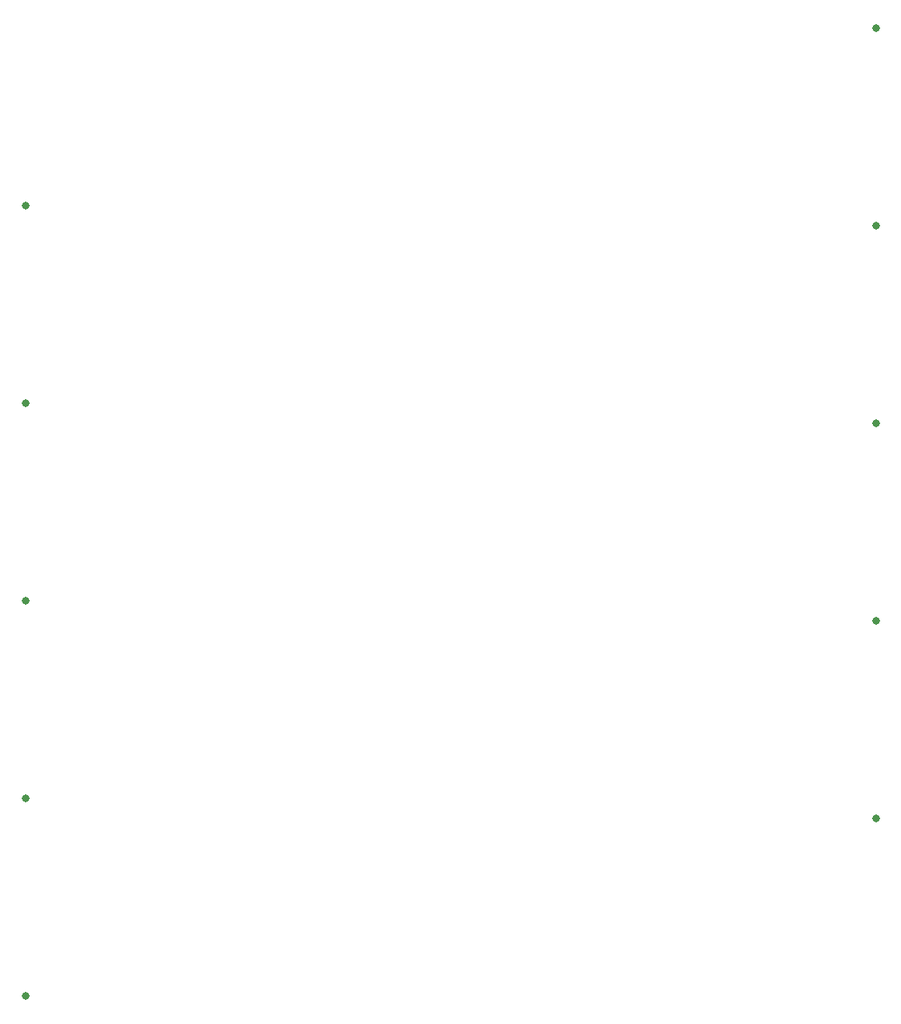
<source format=gbs>
G75*
%MOIN*%
%OFA0B0*%
%FSLAX25Y25*%
%IPPOS*%
%LPD*%
%AMOC8*
5,1,8,0,0,1.08239X$1,22.5*
%
%ADD10C,0.03300*%
D10*
X0044750Y0032500D03*
X0044750Y0114500D03*
X0044750Y0196500D03*
X0044750Y0278500D03*
X0044750Y0360500D03*
X0397750Y0352000D03*
X0397750Y0270000D03*
X0397750Y0188000D03*
X0397750Y0106000D03*
X0397750Y0434000D03*
M02*

</source>
